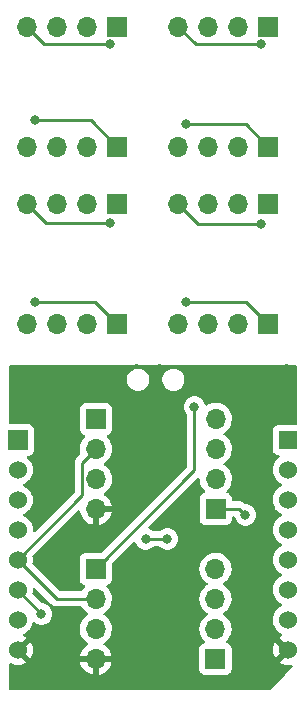
<source format=gbr>
G04 #@! TF.GenerationSoftware,KiCad,Pcbnew,6.0.9*
G04 #@! TF.CreationDate,2022-11-13T16:30:05+01:00*
G04 #@! TF.ProjectId,mikro-spiflash,6d696b72-6f2d-4737-9069-666c6173682e,rev?*
G04 #@! TF.SameCoordinates,Original*
G04 #@! TF.FileFunction,Copper,L1,Top*
G04 #@! TF.FilePolarity,Positive*
%FSLAX46Y46*%
G04 Gerber Fmt 4.6, Leading zero omitted, Abs format (unit mm)*
G04 Created by KiCad (PCBNEW 6.0.9) date 2022-11-13 16:30:05*
%MOMM*%
%LPD*%
G01*
G04 APERTURE LIST*
G04 #@! TA.AperFunction,ComponentPad*
%ADD10R,1.676400X1.676400*%
G04 #@! TD*
G04 #@! TA.AperFunction,ComponentPad*
%ADD11C,1.524000*%
G04 #@! TD*
G04 #@! TA.AperFunction,ComponentPad*
%ADD12R,1.524000X1.524000*%
G04 #@! TD*
G04 #@! TA.AperFunction,ComponentPad*
%ADD13R,1.700000X1.700000*%
G04 #@! TD*
G04 #@! TA.AperFunction,ComponentPad*
%ADD14O,1.700000X1.700000*%
G04 #@! TD*
G04 #@! TA.AperFunction,ViaPad*
%ADD15C,0.800000*%
G04 #@! TD*
G04 #@! TA.AperFunction,ViaPad*
%ADD16C,1.000000*%
G04 #@! TD*
G04 #@! TA.AperFunction,Conductor*
%ADD17C,0.250000*%
G04 #@! TD*
G04 APERTURE END LIST*
D10*
X89432000Y-46990000D03*
D11*
X89432000Y-49530000D03*
X89432000Y-52070000D03*
X89432000Y-54610000D03*
X89432000Y-57150000D03*
X89432000Y-59690000D03*
X89432000Y-62230000D03*
X89432000Y-64770000D03*
X112292000Y-64770000D03*
X112292000Y-62230000D03*
X112292000Y-59690000D03*
X112292000Y-57150000D03*
X112292000Y-54610000D03*
X112292000Y-52070000D03*
X112292000Y-49530000D03*
D12*
X112292000Y-46990000D03*
D13*
X106171000Y-65532000D03*
D14*
X106171000Y-62992000D03*
X106171000Y-60452000D03*
X106171000Y-57912000D03*
D13*
X96036000Y-57912000D03*
D14*
X96036000Y-60452000D03*
X96036000Y-62992000D03*
X96036000Y-65532000D03*
X103029000Y-12001500D03*
X105569000Y-12001500D03*
X108109000Y-12001500D03*
D13*
X110649000Y-12001500D03*
D14*
X90234000Y-27048500D03*
X92774000Y-27048500D03*
X95314000Y-27048500D03*
D13*
X97854000Y-27048500D03*
X97854000Y-12001500D03*
D14*
X95314000Y-12001500D03*
X92774000Y-12001500D03*
X90234000Y-12001500D03*
D13*
X110649000Y-27048500D03*
D14*
X108109000Y-27048500D03*
X105569000Y-27048500D03*
X103029000Y-27048500D03*
D13*
X106196000Y-52832000D03*
D14*
X106196000Y-50292000D03*
X106196000Y-47752000D03*
X106196000Y-45212000D03*
D13*
X97854000Y-22161500D03*
D14*
X95314000Y-22161500D03*
X92774000Y-22161500D03*
X90234000Y-22161500D03*
D13*
X110649000Y-37208500D03*
D14*
X108109000Y-37208500D03*
X105569000Y-37208500D03*
X103029000Y-37208500D03*
X103029000Y-22161500D03*
X105569000Y-22161500D03*
X108109000Y-22161500D03*
D13*
X110649000Y-22161500D03*
D14*
X90234000Y-37208500D03*
X92774000Y-37208500D03*
X95314000Y-37208500D03*
D13*
X97854000Y-37208500D03*
D14*
X96061000Y-52842000D03*
X96061000Y-50302000D03*
X96061000Y-47762000D03*
D13*
X96061000Y-45222000D03*
D15*
X108712000Y-53340000D03*
X91440000Y-61722000D03*
X104394000Y-44196000D03*
D16*
X100076000Y-46228000D03*
X102616000Y-58674000D03*
D15*
X100260891Y-55372000D03*
X102108000Y-55372000D03*
X97213500Y-13459500D03*
X110038500Y-13462000D03*
X97213500Y-28636000D03*
X110008500Y-28702000D03*
X90866500Y-19936500D03*
X103637000Y-35306000D03*
X90869000Y-35303500D03*
X103664000Y-20256500D03*
D17*
X102108000Y-55372000D02*
X100260891Y-55372000D01*
X108204000Y-52832000D02*
X106196000Y-52832000D01*
X108712000Y-53340000D02*
X108204000Y-52832000D01*
X89432000Y-59690000D02*
X91440000Y-61698000D01*
X91440000Y-61698000D02*
X91440000Y-61722000D01*
X96036000Y-60452000D02*
X92734000Y-60452000D01*
X92734000Y-60452000D02*
X89432000Y-57150000D01*
X104394000Y-49554000D02*
X104394000Y-44196000D01*
X96036000Y-57912000D02*
X104394000Y-49554000D01*
X96061000Y-47762000D02*
X94886000Y-48937000D01*
X94886000Y-48937000D02*
X94886000Y-51696000D01*
X94886000Y-51696000D02*
X89432000Y-57150000D01*
X97213500Y-13459500D02*
X91692000Y-13459500D01*
X91692000Y-13459500D02*
X90234000Y-12001500D01*
X104489500Y-13462000D02*
X110038500Y-13462000D01*
X103029000Y-12001500D02*
X104489500Y-13462000D01*
X91821500Y-28636000D02*
X90234000Y-27048500D01*
X97213500Y-28636000D02*
X91821500Y-28636000D01*
X103029000Y-27048500D02*
X104682500Y-28702000D01*
X104682500Y-28702000D02*
X110008500Y-28702000D01*
X97854000Y-22161500D02*
X95629000Y-19936500D01*
X95629000Y-19936500D02*
X90866500Y-19936500D01*
X108746500Y-35306000D02*
X103637000Y-35306000D01*
X110649000Y-37208500D02*
X108746500Y-35306000D01*
X97854000Y-37208500D02*
X95949000Y-35303500D01*
X95949000Y-35303500D02*
X90869000Y-35303500D01*
X110649000Y-22161500D02*
X108744000Y-20256500D01*
X108744000Y-20256500D02*
X103664000Y-20256500D01*
G04 #@! TA.AperFunction,Conductor*
G36*
X112258875Y-40570263D02*
G01*
X112266715Y-40573944D01*
X112281691Y-40582263D01*
X112298983Y-40593471D01*
X112298988Y-40593473D01*
X112306515Y-40598352D01*
X112315108Y-40600922D01*
X112315113Y-40600924D01*
X112331120Y-40605711D01*
X112348564Y-40612372D01*
X112363676Y-40619467D01*
X112363678Y-40619468D01*
X112371800Y-40623281D01*
X112380667Y-40624662D01*
X112380668Y-40624662D01*
X112383353Y-40625080D01*
X112401017Y-40627830D01*
X112417732Y-40631613D01*
X112437466Y-40637515D01*
X112437472Y-40637516D01*
X112446066Y-40640086D01*
X112455037Y-40640141D01*
X112455038Y-40640141D01*
X112465097Y-40640202D01*
X112480506Y-40640296D01*
X112481289Y-40640329D01*
X112482386Y-40640500D01*
X112513377Y-40640500D01*
X112514147Y-40640502D01*
X112587785Y-40640952D01*
X112587786Y-40640952D01*
X112591721Y-40640976D01*
X112593065Y-40640592D01*
X112594410Y-40640500D01*
X112927500Y-40640500D01*
X112995621Y-40660502D01*
X113042114Y-40714158D01*
X113053500Y-40766500D01*
X113053500Y-45593500D01*
X113033498Y-45661621D01*
X112979842Y-45708114D01*
X112927500Y-45719500D01*
X111481866Y-45719500D01*
X111419684Y-45726255D01*
X111283295Y-45777385D01*
X111166739Y-45864739D01*
X111079385Y-45981295D01*
X111028255Y-46117684D01*
X111021500Y-46179866D01*
X111021500Y-47800134D01*
X111028255Y-47862316D01*
X111079385Y-47998705D01*
X111166739Y-48115261D01*
X111283295Y-48202615D01*
X111419684Y-48253745D01*
X111481866Y-48260500D01*
X111490364Y-48260500D01*
X111558485Y-48280502D01*
X111604978Y-48334158D01*
X111615082Y-48404432D01*
X111585588Y-48469012D01*
X111562635Y-48489713D01*
X111476730Y-48549864D01*
X111476727Y-48549866D01*
X111472219Y-48553023D01*
X111315023Y-48710219D01*
X111311866Y-48714727D01*
X111311864Y-48714730D01*
X111198085Y-48877224D01*
X111187512Y-48892324D01*
X111185189Y-48897306D01*
X111185186Y-48897311D01*
X111121542Y-49033797D01*
X111093560Y-49093804D01*
X111036022Y-49308537D01*
X111016647Y-49530000D01*
X111036022Y-49751463D01*
X111093560Y-49966196D01*
X111095882Y-49971177D01*
X111095883Y-49971178D01*
X111185186Y-50162689D01*
X111185189Y-50162694D01*
X111187512Y-50167676D01*
X111190668Y-50172183D01*
X111190669Y-50172185D01*
X111283923Y-50305365D01*
X111315023Y-50349781D01*
X111472219Y-50506977D01*
X111476727Y-50510134D01*
X111476730Y-50510136D01*
X111530500Y-50547786D01*
X111654323Y-50634488D01*
X111659305Y-50636811D01*
X111659310Y-50636814D01*
X111764373Y-50685805D01*
X111817658Y-50732722D01*
X111837119Y-50800999D01*
X111816577Y-50868959D01*
X111764373Y-50914195D01*
X111659311Y-50963186D01*
X111659306Y-50963189D01*
X111654324Y-50965512D01*
X111649817Y-50968668D01*
X111649815Y-50968669D01*
X111476730Y-51089864D01*
X111476727Y-51089866D01*
X111472219Y-51093023D01*
X111315023Y-51250219D01*
X111311866Y-51254727D01*
X111311864Y-51254730D01*
X111249936Y-51343173D01*
X111187512Y-51432324D01*
X111185189Y-51437306D01*
X111185186Y-51437311D01*
X111141319Y-51531385D01*
X111093560Y-51633804D01*
X111092138Y-51639112D01*
X111092137Y-51639114D01*
X111080078Y-51684120D01*
X111036022Y-51848537D01*
X111016647Y-52070000D01*
X111036022Y-52291463D01*
X111093560Y-52506196D01*
X111095882Y-52511177D01*
X111095883Y-52511178D01*
X111185186Y-52702689D01*
X111185189Y-52702694D01*
X111187512Y-52707676D01*
X111190668Y-52712183D01*
X111190669Y-52712185D01*
X111254298Y-52803056D01*
X111315023Y-52889781D01*
X111472219Y-53046977D01*
X111476727Y-53050134D01*
X111476730Y-53050136D01*
X111530500Y-53087786D01*
X111654323Y-53174488D01*
X111659305Y-53176811D01*
X111659310Y-53176814D01*
X111764373Y-53225805D01*
X111817658Y-53272722D01*
X111837119Y-53340999D01*
X111816577Y-53408959D01*
X111764373Y-53454195D01*
X111659311Y-53503186D01*
X111659306Y-53503189D01*
X111654324Y-53505512D01*
X111649817Y-53508668D01*
X111649815Y-53508669D01*
X111476730Y-53629864D01*
X111476727Y-53629866D01*
X111472219Y-53633023D01*
X111315023Y-53790219D01*
X111311866Y-53794727D01*
X111311864Y-53794730D01*
X111199701Y-53954916D01*
X111187512Y-53972324D01*
X111185189Y-53977306D01*
X111185186Y-53977311D01*
X111113465Y-54131118D01*
X111093560Y-54173804D01*
X111092138Y-54179112D01*
X111092137Y-54179114D01*
X111090896Y-54183745D01*
X111036022Y-54388537D01*
X111016647Y-54610000D01*
X111036022Y-54831463D01*
X111093560Y-55046196D01*
X111095882Y-55051177D01*
X111095883Y-55051178D01*
X111185186Y-55242689D01*
X111185189Y-55242694D01*
X111187512Y-55247676D01*
X111190668Y-55252183D01*
X111190669Y-55252185D01*
X111269968Y-55365435D01*
X111315023Y-55429781D01*
X111472219Y-55586977D01*
X111476727Y-55590134D01*
X111476730Y-55590136D01*
X111503465Y-55608856D01*
X111654323Y-55714488D01*
X111659305Y-55716811D01*
X111659310Y-55716814D01*
X111764373Y-55765805D01*
X111817658Y-55812722D01*
X111837119Y-55880999D01*
X111816577Y-55948959D01*
X111764373Y-55994195D01*
X111659311Y-56043186D01*
X111659306Y-56043189D01*
X111654324Y-56045512D01*
X111649817Y-56048668D01*
X111649815Y-56048669D01*
X111476730Y-56169864D01*
X111476727Y-56169866D01*
X111472219Y-56173023D01*
X111315023Y-56330219D01*
X111187512Y-56512324D01*
X111185189Y-56517306D01*
X111185186Y-56517311D01*
X111120814Y-56655357D01*
X111093560Y-56713804D01*
X111036022Y-56928537D01*
X111016647Y-57150000D01*
X111036022Y-57371463D01*
X111093560Y-57586196D01*
X111095882Y-57591177D01*
X111095883Y-57591178D01*
X111185186Y-57782689D01*
X111185189Y-57782694D01*
X111187512Y-57787676D01*
X111190668Y-57792183D01*
X111190669Y-57792185D01*
X111276921Y-57915365D01*
X111315023Y-57969781D01*
X111472219Y-58126977D01*
X111476727Y-58130134D01*
X111476730Y-58130136D01*
X111530500Y-58167786D01*
X111654323Y-58254488D01*
X111659305Y-58256811D01*
X111659310Y-58256814D01*
X111764373Y-58305805D01*
X111817658Y-58352722D01*
X111837119Y-58420999D01*
X111816577Y-58488959D01*
X111764373Y-58534195D01*
X111659311Y-58583186D01*
X111659306Y-58583189D01*
X111654324Y-58585512D01*
X111649817Y-58588668D01*
X111649815Y-58588669D01*
X111476730Y-58709864D01*
X111476727Y-58709866D01*
X111472219Y-58713023D01*
X111315023Y-58870219D01*
X111311866Y-58874727D01*
X111311864Y-58874730D01*
X111190669Y-59047815D01*
X111187512Y-59052324D01*
X111185189Y-59057306D01*
X111185186Y-59057311D01*
X111101826Y-59236078D01*
X111093560Y-59253804D01*
X111092138Y-59259112D01*
X111092137Y-59259114D01*
X111080750Y-59301612D01*
X111036022Y-59468537D01*
X111016647Y-59690000D01*
X111036022Y-59911463D01*
X111093560Y-60126196D01*
X111095882Y-60131177D01*
X111095883Y-60131178D01*
X111185186Y-60322689D01*
X111185189Y-60322694D01*
X111187512Y-60327676D01*
X111190668Y-60332183D01*
X111190669Y-60332185D01*
X111276921Y-60455365D01*
X111315023Y-60509781D01*
X111472219Y-60666977D01*
X111476727Y-60670134D01*
X111476730Y-60670136D01*
X111530500Y-60707786D01*
X111654323Y-60794488D01*
X111659305Y-60796811D01*
X111659310Y-60796814D01*
X111764373Y-60845805D01*
X111817658Y-60892722D01*
X111837119Y-60960999D01*
X111816577Y-61028959D01*
X111764373Y-61074195D01*
X111659311Y-61123186D01*
X111659306Y-61123189D01*
X111654324Y-61125512D01*
X111649817Y-61128668D01*
X111649815Y-61128669D01*
X111476730Y-61249864D01*
X111476727Y-61249866D01*
X111472219Y-61253023D01*
X111315023Y-61410219D01*
X111311866Y-61414727D01*
X111311864Y-61414730D01*
X111190669Y-61587815D01*
X111187512Y-61592324D01*
X111185189Y-61597306D01*
X111185186Y-61597311D01*
X111120814Y-61735357D01*
X111093560Y-61793804D01*
X111036022Y-62008537D01*
X111016647Y-62230000D01*
X111036022Y-62451463D01*
X111073356Y-62590794D01*
X111083628Y-62629128D01*
X111093560Y-62666196D01*
X111095882Y-62671177D01*
X111095883Y-62671178D01*
X111185186Y-62862689D01*
X111185189Y-62862694D01*
X111187512Y-62867676D01*
X111190668Y-62872183D01*
X111190669Y-62872185D01*
X111276921Y-62995365D01*
X111315023Y-63049781D01*
X111472219Y-63206977D01*
X111476727Y-63210134D01*
X111476730Y-63210136D01*
X111530500Y-63247786D01*
X111654323Y-63334488D01*
X111659305Y-63336811D01*
X111659310Y-63336814D01*
X111764965Y-63386081D01*
X111818250Y-63432998D01*
X111837711Y-63501275D01*
X111817169Y-63569235D01*
X111764965Y-63614471D01*
X111659559Y-63663623D01*
X111650068Y-63669103D01*
X111606235Y-63699794D01*
X111597860Y-63710271D01*
X111604928Y-63723718D01*
X112562115Y-64680905D01*
X112596141Y-64743217D01*
X112591076Y-64814032D01*
X112562115Y-64859095D01*
X111604207Y-65817003D01*
X111597777Y-65828777D01*
X111607074Y-65840793D01*
X111650069Y-65870898D01*
X111659555Y-65876376D01*
X111850993Y-65965645D01*
X111861285Y-65969391D01*
X112065309Y-66024059D01*
X112076104Y-66025962D01*
X112286525Y-66044372D01*
X112297475Y-66044372D01*
X112507896Y-66025962D01*
X112518691Y-66024059D01*
X112547215Y-66016416D01*
X112618192Y-66018106D01*
X112676987Y-66057900D01*
X112704935Y-66123165D01*
X112693161Y-66193178D01*
X112670015Y-66226112D01*
X112028422Y-66883745D01*
X110879548Y-68061342D01*
X110844770Y-68096989D01*
X110782882Y-68131780D01*
X110754581Y-68135000D01*
X88796500Y-68135000D01*
X88728379Y-68114998D01*
X88681886Y-68061342D01*
X88670500Y-68009000D01*
X88670500Y-66013977D01*
X88690502Y-65945856D01*
X88744158Y-65899363D01*
X88814432Y-65889259D01*
X88849750Y-65899782D01*
X88990993Y-65965645D01*
X89001285Y-65969391D01*
X89205309Y-66024059D01*
X89216104Y-66025962D01*
X89426525Y-66044372D01*
X89437475Y-66044372D01*
X89647896Y-66025962D01*
X89658691Y-66024059D01*
X89862715Y-65969391D01*
X89873007Y-65965645D01*
X90064445Y-65876376D01*
X90073931Y-65870898D01*
X90117764Y-65840207D01*
X90126139Y-65829729D01*
X90119071Y-65816281D01*
X90102756Y-65799966D01*
X94704257Y-65799966D01*
X94734565Y-65934446D01*
X94737645Y-65944275D01*
X94817770Y-66141603D01*
X94822413Y-66150794D01*
X94933694Y-66332388D01*
X94939777Y-66340699D01*
X95079213Y-66501667D01*
X95086580Y-66508883D01*
X95250434Y-66644916D01*
X95258881Y-66650831D01*
X95442756Y-66758279D01*
X95452042Y-66762729D01*
X95651001Y-66838703D01*
X95660899Y-66841579D01*
X95764250Y-66862606D01*
X95778299Y-66861410D01*
X95782000Y-66851065D01*
X95782000Y-66850517D01*
X96290000Y-66850517D01*
X96294064Y-66864359D01*
X96307478Y-66866393D01*
X96314184Y-66865534D01*
X96324262Y-66863392D01*
X96528255Y-66802191D01*
X96537842Y-66798433D01*
X96729095Y-66704739D01*
X96737945Y-66699464D01*
X96911328Y-66575792D01*
X96919200Y-66569139D01*
X97070052Y-66418812D01*
X97076730Y-66410965D01*
X97201003Y-66238020D01*
X97206313Y-66229183D01*
X97300670Y-66038267D01*
X97304469Y-66028672D01*
X97366377Y-65824910D01*
X97368555Y-65814837D01*
X97369986Y-65803962D01*
X97367775Y-65789778D01*
X97354617Y-65786000D01*
X96308115Y-65786000D01*
X96292876Y-65790475D01*
X96291671Y-65791865D01*
X96290000Y-65799548D01*
X96290000Y-66850517D01*
X95782000Y-66850517D01*
X95782000Y-65804115D01*
X95777525Y-65788876D01*
X95776135Y-65787671D01*
X95768452Y-65786000D01*
X94719225Y-65786000D01*
X94705694Y-65789973D01*
X94704257Y-65799966D01*
X90102756Y-65799966D01*
X89161885Y-64859095D01*
X89127859Y-64796783D01*
X89129694Y-64771132D01*
X89796408Y-64771132D01*
X89796539Y-64772965D01*
X89800790Y-64779580D01*
X90479003Y-65457793D01*
X90490777Y-65464223D01*
X90502793Y-65454926D01*
X90532897Y-65411932D01*
X90538377Y-65402441D01*
X90627645Y-65211007D01*
X90631391Y-65200715D01*
X90686059Y-64996691D01*
X90687962Y-64985896D01*
X90706372Y-64775475D01*
X90706372Y-64764525D01*
X90687962Y-64554104D01*
X90686059Y-64543309D01*
X90631391Y-64339285D01*
X90627645Y-64328993D01*
X90538377Y-64137559D01*
X90532897Y-64128068D01*
X90502206Y-64084235D01*
X90491729Y-64075860D01*
X90478282Y-64082928D01*
X89804022Y-64757188D01*
X89796408Y-64771132D01*
X89129694Y-64771132D01*
X89132924Y-64725968D01*
X89161885Y-64680905D01*
X90119793Y-63722997D01*
X90126223Y-63711223D01*
X90116926Y-63699207D01*
X90073931Y-63669102D01*
X90064445Y-63663624D01*
X89959035Y-63614471D01*
X89905750Y-63567554D01*
X89886289Y-63499277D01*
X89906831Y-63431317D01*
X89959035Y-63386081D01*
X90064690Y-63336814D01*
X90064695Y-63336811D01*
X90069677Y-63334488D01*
X90193500Y-63247786D01*
X90247270Y-63210136D01*
X90247273Y-63210134D01*
X90251781Y-63206977D01*
X90408977Y-63049781D01*
X90447080Y-62995365D01*
X90533331Y-62872185D01*
X90533332Y-62872183D01*
X90536488Y-62867676D01*
X90538811Y-62862694D01*
X90538814Y-62862689D01*
X90628117Y-62671178D01*
X90628118Y-62671177D01*
X90630440Y-62666196D01*
X90640373Y-62629128D01*
X90674815Y-62500587D01*
X90711767Y-62439964D01*
X90775628Y-62408943D01*
X90846122Y-62417371D01*
X90870583Y-62431262D01*
X90977906Y-62509237D01*
X90983248Y-62513118D01*
X90989276Y-62515802D01*
X90989278Y-62515803D01*
X91083426Y-62557720D01*
X91157712Y-62590794D01*
X91251113Y-62610647D01*
X91338056Y-62629128D01*
X91338061Y-62629128D01*
X91344513Y-62630500D01*
X91535487Y-62630500D01*
X91541939Y-62629128D01*
X91541944Y-62629128D01*
X91628887Y-62610647D01*
X91722288Y-62590794D01*
X91796574Y-62557720D01*
X91890722Y-62515803D01*
X91890724Y-62515802D01*
X91896752Y-62513118D01*
X91914000Y-62500587D01*
X91981612Y-62451463D01*
X92051253Y-62400866D01*
X92125254Y-62318680D01*
X92174621Y-62263852D01*
X92174622Y-62263851D01*
X92179040Y-62258944D01*
X92251097Y-62134138D01*
X92271223Y-62099279D01*
X92271224Y-62099278D01*
X92274527Y-62093556D01*
X92333542Y-61911928D01*
X92339620Y-61854104D01*
X92352814Y-61728565D01*
X92353504Y-61722000D01*
X92333542Y-61532072D01*
X92274527Y-61350444D01*
X92179040Y-61185056D01*
X92151147Y-61154077D01*
X92055675Y-61048045D01*
X92055674Y-61048044D01*
X92051253Y-61043134D01*
X91928311Y-60953811D01*
X91902094Y-60934763D01*
X91902093Y-60934762D01*
X91896752Y-60930882D01*
X91890724Y-60928198D01*
X91890722Y-60928197D01*
X91728319Y-60855891D01*
X91728318Y-60855891D01*
X91722288Y-60853206D01*
X91628887Y-60833353D01*
X91541944Y-60814872D01*
X91541939Y-60814872D01*
X91535487Y-60813500D01*
X91503595Y-60813500D01*
X91435474Y-60793498D01*
X91414499Y-60776595D01*
X90710125Y-60072220D01*
X90676100Y-60009908D01*
X90677515Y-59950512D01*
X90686554Y-59916780D01*
X90686555Y-59916772D01*
X90687978Y-59911463D01*
X90707353Y-59690000D01*
X90702171Y-59630767D01*
X90716161Y-59561162D01*
X90765560Y-59510170D01*
X90834686Y-59493980D01*
X90901591Y-59517733D01*
X90916787Y-59530691D01*
X92230343Y-60844247D01*
X92237887Y-60852537D01*
X92242000Y-60859018D01*
X92247777Y-60864443D01*
X92291667Y-60905658D01*
X92294509Y-60908413D01*
X92314230Y-60928134D01*
X92317425Y-60930612D01*
X92326447Y-60938318D01*
X92358679Y-60968586D01*
X92365628Y-60972406D01*
X92376432Y-60978346D01*
X92392956Y-60989199D01*
X92408959Y-61001613D01*
X92449543Y-61019176D01*
X92460173Y-61024383D01*
X92498940Y-61045695D01*
X92506617Y-61047666D01*
X92506622Y-61047668D01*
X92518558Y-61050732D01*
X92537266Y-61057137D01*
X92555855Y-61065181D01*
X92563683Y-61066421D01*
X92563690Y-61066423D01*
X92599524Y-61072099D01*
X92611144Y-61074505D01*
X92646289Y-61083528D01*
X92653970Y-61085500D01*
X92674224Y-61085500D01*
X92693934Y-61087051D01*
X92713943Y-61090220D01*
X92721835Y-61089474D01*
X92757961Y-61086059D01*
X92769819Y-61085500D01*
X94760274Y-61085500D01*
X94828395Y-61105502D01*
X94867707Y-61145665D01*
X94935987Y-61257088D01*
X95082250Y-61425938D01*
X95254126Y-61568632D01*
X95324595Y-61609811D01*
X95327445Y-61611476D01*
X95376169Y-61663114D01*
X95389240Y-61732897D01*
X95362509Y-61798669D01*
X95322055Y-61832027D01*
X95309607Y-61838507D01*
X95305474Y-61841610D01*
X95305471Y-61841612D01*
X95135100Y-61969530D01*
X95130965Y-61972635D01*
X94976629Y-62134138D01*
X94850743Y-62318680D01*
X94804932Y-62417371D01*
X94762290Y-62509237D01*
X94756688Y-62521305D01*
X94696989Y-62736570D01*
X94673251Y-62958695D01*
X94673548Y-62963848D01*
X94673548Y-62963851D01*
X94679011Y-63058590D01*
X94686110Y-63181715D01*
X94687247Y-63186761D01*
X94687248Y-63186767D01*
X94691803Y-63206977D01*
X94735222Y-63399639D01*
X94819266Y-63606616D01*
X94935987Y-63797088D01*
X95082250Y-63965938D01*
X95254126Y-64108632D01*
X95287387Y-64128068D01*
X95327955Y-64151774D01*
X95376679Y-64203412D01*
X95389750Y-64273195D01*
X95363019Y-64338967D01*
X95322562Y-64372327D01*
X95314457Y-64376546D01*
X95305738Y-64382036D01*
X95135433Y-64509905D01*
X95127726Y-64516748D01*
X94980590Y-64670717D01*
X94974104Y-64678727D01*
X94854098Y-64854649D01*
X94849000Y-64863623D01*
X94759338Y-65056783D01*
X94755775Y-65066470D01*
X94700389Y-65266183D01*
X94701912Y-65274607D01*
X94714292Y-65278000D01*
X97354344Y-65278000D01*
X97367875Y-65274027D01*
X97369180Y-65264947D01*
X97327214Y-65097875D01*
X97323894Y-65088124D01*
X97238972Y-64892814D01*
X97234105Y-64883739D01*
X97118426Y-64704926D01*
X97112136Y-64696757D01*
X96968806Y-64539240D01*
X96961273Y-64532215D01*
X96794139Y-64400222D01*
X96785556Y-64394520D01*
X96748602Y-64374120D01*
X96698631Y-64323687D01*
X96683859Y-64254245D01*
X96708975Y-64187839D01*
X96736327Y-64161232D01*
X96782821Y-64128068D01*
X96915860Y-64033173D01*
X97074096Y-63875489D01*
X97133594Y-63792689D01*
X97201435Y-63698277D01*
X97204453Y-63694077D01*
X97216797Y-63669102D01*
X97301136Y-63498453D01*
X97301137Y-63498451D01*
X97303430Y-63493811D01*
X97336161Y-63386081D01*
X97366865Y-63285023D01*
X97366865Y-63285021D01*
X97368370Y-63280069D01*
X97397529Y-63058590D01*
X97397744Y-63049781D01*
X97399074Y-62995365D01*
X97399074Y-62995361D01*
X97399156Y-62992000D01*
X97396418Y-62958695D01*
X104808251Y-62958695D01*
X104808548Y-62963848D01*
X104808548Y-62963851D01*
X104814011Y-63058590D01*
X104821110Y-63181715D01*
X104822247Y-63186761D01*
X104822248Y-63186767D01*
X104826803Y-63206977D01*
X104870222Y-63399639D01*
X104954266Y-63606616D01*
X105070987Y-63797088D01*
X105217250Y-63965938D01*
X105221230Y-63969242D01*
X105225981Y-63973187D01*
X105265616Y-64032090D01*
X105267113Y-64103071D01*
X105229997Y-64163593D01*
X105189724Y-64188112D01*
X105074295Y-64231385D01*
X104957739Y-64318739D01*
X104870385Y-64435295D01*
X104819255Y-64571684D01*
X104812500Y-64633866D01*
X104812500Y-66430134D01*
X104819255Y-66492316D01*
X104870385Y-66628705D01*
X104957739Y-66745261D01*
X105074295Y-66832615D01*
X105210684Y-66883745D01*
X105272866Y-66890500D01*
X107069134Y-66890500D01*
X107131316Y-66883745D01*
X107267705Y-66832615D01*
X107384261Y-66745261D01*
X107471615Y-66628705D01*
X107522745Y-66492316D01*
X107529500Y-66430134D01*
X107529500Y-64775475D01*
X111017628Y-64775475D01*
X111036038Y-64985896D01*
X111037941Y-64996691D01*
X111092609Y-65200715D01*
X111096355Y-65211007D01*
X111185623Y-65402441D01*
X111191103Y-65411932D01*
X111221794Y-65455765D01*
X111232271Y-65464140D01*
X111245718Y-65457072D01*
X111919978Y-64782812D01*
X111927592Y-64768868D01*
X111927461Y-64767035D01*
X111923210Y-64760420D01*
X111244997Y-64082207D01*
X111233223Y-64075777D01*
X111221207Y-64085074D01*
X111191103Y-64128068D01*
X111185623Y-64137559D01*
X111096355Y-64328993D01*
X111092609Y-64339285D01*
X111037941Y-64543309D01*
X111036038Y-64554104D01*
X111017628Y-64764525D01*
X111017628Y-64775475D01*
X107529500Y-64775475D01*
X107529500Y-64633866D01*
X107522745Y-64571684D01*
X107471615Y-64435295D01*
X107384261Y-64318739D01*
X107267705Y-64231385D01*
X107240905Y-64221338D01*
X107149203Y-64186960D01*
X107092439Y-64144318D01*
X107067739Y-64077756D01*
X107082947Y-64008408D01*
X107104493Y-63979727D01*
X107205435Y-63879137D01*
X107209096Y-63875489D01*
X107268594Y-63792689D01*
X107336435Y-63698277D01*
X107339453Y-63694077D01*
X107351797Y-63669102D01*
X107436136Y-63498453D01*
X107436137Y-63498451D01*
X107438430Y-63493811D01*
X107471161Y-63386081D01*
X107501865Y-63285023D01*
X107501865Y-63285021D01*
X107503370Y-63280069D01*
X107532529Y-63058590D01*
X107532744Y-63049781D01*
X107534074Y-62995365D01*
X107534074Y-62995361D01*
X107534156Y-62992000D01*
X107515852Y-62769361D01*
X107461431Y-62552702D01*
X107372354Y-62347840D01*
X107314845Y-62258944D01*
X107253822Y-62164617D01*
X107253820Y-62164614D01*
X107251014Y-62160277D01*
X107100670Y-61995051D01*
X107096619Y-61991852D01*
X107096615Y-61991848D01*
X106929414Y-61859800D01*
X106929410Y-61859798D01*
X106925359Y-61856598D01*
X106884053Y-61833796D01*
X106834084Y-61783364D01*
X106819312Y-61713921D01*
X106844428Y-61647516D01*
X106871780Y-61620909D01*
X106918176Y-61587815D01*
X107050860Y-61493173D01*
X107209096Y-61335489D01*
X107268354Y-61253023D01*
X107336435Y-61158277D01*
X107339453Y-61154077D01*
X107343611Y-61145665D01*
X107436136Y-60958453D01*
X107436137Y-60958451D01*
X107438430Y-60953811D01*
X107481060Y-60813500D01*
X107501865Y-60745023D01*
X107501865Y-60745021D01*
X107503370Y-60740069D01*
X107532529Y-60518590D01*
X107532744Y-60509781D01*
X107534074Y-60455365D01*
X107534074Y-60455361D01*
X107534156Y-60452000D01*
X107515852Y-60229361D01*
X107461431Y-60012702D01*
X107372354Y-59807840D01*
X107292578Y-59684525D01*
X107253822Y-59624617D01*
X107253820Y-59624614D01*
X107251014Y-59620277D01*
X107100670Y-59455051D01*
X107096619Y-59451852D01*
X107096615Y-59451848D01*
X106929414Y-59319800D01*
X106929410Y-59319798D01*
X106925359Y-59316598D01*
X106884053Y-59293796D01*
X106834084Y-59243364D01*
X106819312Y-59173921D01*
X106844428Y-59107516D01*
X106871780Y-59080909D01*
X106918176Y-59047815D01*
X107050860Y-58953173D01*
X107209096Y-58795489D01*
X107268354Y-58713023D01*
X107336435Y-58618277D01*
X107339453Y-58614077D01*
X107352011Y-58588669D01*
X107436136Y-58418453D01*
X107436137Y-58418451D01*
X107438430Y-58413811D01*
X107471245Y-58305805D01*
X107501865Y-58205023D01*
X107501865Y-58205021D01*
X107503370Y-58200069D01*
X107532529Y-57978590D01*
X107532744Y-57969781D01*
X107534074Y-57915365D01*
X107534074Y-57915361D01*
X107534156Y-57912000D01*
X107515852Y-57689361D01*
X107461431Y-57472702D01*
X107372354Y-57267840D01*
X107251014Y-57080277D01*
X107100670Y-56915051D01*
X107096619Y-56911852D01*
X107096615Y-56911848D01*
X106929414Y-56779800D01*
X106929410Y-56779798D01*
X106925359Y-56776598D01*
X106729789Y-56668638D01*
X106724920Y-56666914D01*
X106724916Y-56666912D01*
X106524087Y-56595795D01*
X106524083Y-56595794D01*
X106519212Y-56594069D01*
X106514119Y-56593162D01*
X106514116Y-56593161D01*
X106304373Y-56555800D01*
X106304367Y-56555799D01*
X106299284Y-56554894D01*
X106225452Y-56553992D01*
X106081081Y-56552228D01*
X106081079Y-56552228D01*
X106075911Y-56552165D01*
X105855091Y-56585955D01*
X105642756Y-56655357D01*
X105612443Y-56671137D01*
X105530481Y-56713804D01*
X105444607Y-56758507D01*
X105440474Y-56761610D01*
X105440471Y-56761612D01*
X105270100Y-56889530D01*
X105265965Y-56892635D01*
X105111629Y-57054138D01*
X104985743Y-57238680D01*
X104970003Y-57272590D01*
X104905981Y-57410514D01*
X104891688Y-57441305D01*
X104831989Y-57656570D01*
X104808251Y-57878695D01*
X104808548Y-57883848D01*
X104808548Y-57883851D01*
X104814011Y-57978590D01*
X104821110Y-58101715D01*
X104822247Y-58106761D01*
X104822248Y-58106767D01*
X104826803Y-58126977D01*
X104870222Y-58319639D01*
X104954266Y-58526616D01*
X105070987Y-58717088D01*
X105217250Y-58885938D01*
X105389126Y-59028632D01*
X105459595Y-59069811D01*
X105462445Y-59071476D01*
X105511169Y-59123114D01*
X105524240Y-59192897D01*
X105497509Y-59258669D01*
X105457055Y-59292027D01*
X105444607Y-59298507D01*
X105440474Y-59301610D01*
X105440471Y-59301612D01*
X105316567Y-59394642D01*
X105265965Y-59432635D01*
X105111629Y-59594138D01*
X104985743Y-59778680D01*
X104971898Y-59808507D01*
X104905982Y-59950512D01*
X104891688Y-59981305D01*
X104831989Y-60196570D01*
X104808251Y-60418695D01*
X104808548Y-60423848D01*
X104808548Y-60423851D01*
X104814011Y-60518590D01*
X104821110Y-60641715D01*
X104822247Y-60646761D01*
X104822248Y-60646767D01*
X104826803Y-60666977D01*
X104870222Y-60859639D01*
X104931673Y-61010976D01*
X104935000Y-61019168D01*
X104954266Y-61066616D01*
X104968731Y-61090220D01*
X105068291Y-61252688D01*
X105070987Y-61257088D01*
X105217250Y-61425938D01*
X105389126Y-61568632D01*
X105459595Y-61609811D01*
X105462445Y-61611476D01*
X105511169Y-61663114D01*
X105524240Y-61732897D01*
X105497509Y-61798669D01*
X105457055Y-61832027D01*
X105444607Y-61838507D01*
X105440474Y-61841610D01*
X105440471Y-61841612D01*
X105270100Y-61969530D01*
X105265965Y-61972635D01*
X105111629Y-62134138D01*
X104985743Y-62318680D01*
X104939932Y-62417371D01*
X104897290Y-62509237D01*
X104891688Y-62521305D01*
X104831989Y-62736570D01*
X104808251Y-62958695D01*
X97396418Y-62958695D01*
X97380852Y-62769361D01*
X97326431Y-62552702D01*
X97237354Y-62347840D01*
X97179845Y-62258944D01*
X97118822Y-62164617D01*
X97118820Y-62164614D01*
X97116014Y-62160277D01*
X96965670Y-61995051D01*
X96961619Y-61991852D01*
X96961615Y-61991848D01*
X96794414Y-61859800D01*
X96794410Y-61859798D01*
X96790359Y-61856598D01*
X96749053Y-61833796D01*
X96699084Y-61783364D01*
X96684312Y-61713921D01*
X96709428Y-61647516D01*
X96736780Y-61620909D01*
X96783176Y-61587815D01*
X96915860Y-61493173D01*
X97074096Y-61335489D01*
X97133354Y-61253023D01*
X97201435Y-61158277D01*
X97204453Y-61154077D01*
X97208611Y-61145665D01*
X97301136Y-60958453D01*
X97301137Y-60958451D01*
X97303430Y-60953811D01*
X97346060Y-60813500D01*
X97366865Y-60745023D01*
X97366865Y-60745021D01*
X97368370Y-60740069D01*
X97397529Y-60518590D01*
X97397744Y-60509781D01*
X97399074Y-60455365D01*
X97399074Y-60455361D01*
X97399156Y-60452000D01*
X97380852Y-60229361D01*
X97326431Y-60012702D01*
X97237354Y-59807840D01*
X97157578Y-59684525D01*
X97118822Y-59624617D01*
X97118820Y-59624614D01*
X97116014Y-59620277D01*
X97112532Y-59616450D01*
X96968798Y-59458488D01*
X96937746Y-59394642D01*
X96946141Y-59324143D01*
X96991317Y-59269375D01*
X97017761Y-59255706D01*
X97124297Y-59215767D01*
X97132705Y-59212615D01*
X97249261Y-59125261D01*
X97336615Y-59008705D01*
X97387745Y-58872316D01*
X97394500Y-58810134D01*
X97394500Y-57501594D01*
X97414502Y-57433473D01*
X97431405Y-57412499D01*
X99201022Y-55642882D01*
X99263334Y-55608856D01*
X99334149Y-55613921D01*
X99390985Y-55656468D01*
X99409950Y-55693038D01*
X99426364Y-55743556D01*
X99521851Y-55908944D01*
X99526269Y-55913851D01*
X99526270Y-55913852D01*
X99598611Y-55994195D01*
X99649638Y-56050866D01*
X99804139Y-56163118D01*
X99810167Y-56165802D01*
X99810169Y-56165803D01*
X99972572Y-56238109D01*
X99978603Y-56240794D01*
X100072004Y-56260647D01*
X100158947Y-56279128D01*
X100158952Y-56279128D01*
X100165404Y-56280500D01*
X100356378Y-56280500D01*
X100362830Y-56279128D01*
X100362835Y-56279128D01*
X100449778Y-56260647D01*
X100543179Y-56240794D01*
X100549210Y-56238109D01*
X100711613Y-56165803D01*
X100711615Y-56165802D01*
X100717643Y-56163118D01*
X100872144Y-56050866D01*
X100876559Y-56045963D01*
X100881471Y-56041540D01*
X100882596Y-56042789D01*
X100935905Y-56009949D01*
X100969091Y-56005500D01*
X101399800Y-56005500D01*
X101467921Y-56025502D01*
X101487147Y-56041843D01*
X101487420Y-56041540D01*
X101492332Y-56045963D01*
X101496747Y-56050866D01*
X101651248Y-56163118D01*
X101657276Y-56165802D01*
X101657278Y-56165803D01*
X101819681Y-56238109D01*
X101825712Y-56240794D01*
X101919113Y-56260647D01*
X102006056Y-56279128D01*
X102006061Y-56279128D01*
X102012513Y-56280500D01*
X102203487Y-56280500D01*
X102209939Y-56279128D01*
X102209944Y-56279128D01*
X102296887Y-56260647D01*
X102390288Y-56240794D01*
X102396319Y-56238109D01*
X102558722Y-56165803D01*
X102558724Y-56165802D01*
X102564752Y-56163118D01*
X102719253Y-56050866D01*
X102770280Y-55994195D01*
X102842621Y-55913852D01*
X102842622Y-55913851D01*
X102847040Y-55908944D01*
X102942527Y-55743556D01*
X103001542Y-55561928D01*
X103015022Y-55433678D01*
X103020814Y-55378565D01*
X103021504Y-55372000D01*
X103001542Y-55182072D01*
X102942527Y-55000444D01*
X102847040Y-54835056D01*
X102818478Y-54803334D01*
X102723675Y-54698045D01*
X102723674Y-54698044D01*
X102719253Y-54693134D01*
X102564752Y-54580882D01*
X102558724Y-54578198D01*
X102558722Y-54578197D01*
X102396319Y-54505891D01*
X102396318Y-54505891D01*
X102390288Y-54503206D01*
X102296887Y-54483353D01*
X102209944Y-54464872D01*
X102209939Y-54464872D01*
X102203487Y-54463500D01*
X102012513Y-54463500D01*
X102006061Y-54464872D01*
X102006056Y-54464872D01*
X101919113Y-54483353D01*
X101825712Y-54503206D01*
X101819682Y-54505891D01*
X101819681Y-54505891D01*
X101657278Y-54578197D01*
X101657276Y-54578198D01*
X101651248Y-54580882D01*
X101645907Y-54584762D01*
X101645906Y-54584763D01*
X101603635Y-54615475D01*
X101496747Y-54693134D01*
X101492332Y-54698037D01*
X101487420Y-54702460D01*
X101486295Y-54701211D01*
X101432986Y-54734051D01*
X101399800Y-54738500D01*
X100969091Y-54738500D01*
X100900970Y-54718498D01*
X100881744Y-54702157D01*
X100881471Y-54702460D01*
X100876559Y-54698037D01*
X100872144Y-54693134D01*
X100765256Y-54615475D01*
X100722985Y-54584763D01*
X100722984Y-54584762D01*
X100717643Y-54580882D01*
X100711617Y-54578199D01*
X100711610Y-54578195D01*
X100570558Y-54515396D01*
X100516462Y-54469416D01*
X100495812Y-54401489D01*
X100515164Y-54333181D01*
X100532711Y-54311194D01*
X104621019Y-50222886D01*
X104683331Y-50188860D01*
X104754146Y-50193925D01*
X104810982Y-50236472D01*
X104835905Y-50304728D01*
X104838818Y-50355240D01*
X104846110Y-50481715D01*
X104847247Y-50486761D01*
X104847248Y-50486767D01*
X104851803Y-50506977D01*
X104895222Y-50699639D01*
X104979266Y-50906616D01*
X105095987Y-51097088D01*
X105242250Y-51265938D01*
X105246230Y-51269242D01*
X105250981Y-51273187D01*
X105290616Y-51332090D01*
X105292113Y-51403071D01*
X105254997Y-51463593D01*
X105214725Y-51488112D01*
X105118751Y-51524091D01*
X105099295Y-51531385D01*
X104982739Y-51618739D01*
X104895385Y-51735295D01*
X104844255Y-51871684D01*
X104837500Y-51933866D01*
X104837500Y-53730134D01*
X104844255Y-53792316D01*
X104895385Y-53928705D01*
X104982739Y-54045261D01*
X105099295Y-54132615D01*
X105235684Y-54183745D01*
X105297866Y-54190500D01*
X107094134Y-54190500D01*
X107156316Y-54183745D01*
X107292705Y-54132615D01*
X107409261Y-54045261D01*
X107496615Y-53928705D01*
X107547745Y-53792316D01*
X107554500Y-53730134D01*
X107554500Y-53591500D01*
X107574502Y-53523379D01*
X107628158Y-53476886D01*
X107680500Y-53465500D01*
X107705980Y-53465500D01*
X107774101Y-53485502D01*
X107820594Y-53539158D01*
X107825813Y-53552563D01*
X107877473Y-53711556D01*
X107972960Y-53876944D01*
X107977378Y-53881851D01*
X107977379Y-53881852D01*
X108058840Y-53972324D01*
X108100747Y-54018866D01*
X108255248Y-54131118D01*
X108261276Y-54133802D01*
X108261278Y-54133803D01*
X108423681Y-54206109D01*
X108429712Y-54208794D01*
X108523112Y-54228647D01*
X108610056Y-54247128D01*
X108610061Y-54247128D01*
X108616513Y-54248500D01*
X108807487Y-54248500D01*
X108813939Y-54247128D01*
X108813944Y-54247128D01*
X108900888Y-54228647D01*
X108994288Y-54208794D01*
X109000319Y-54206109D01*
X109162722Y-54133803D01*
X109162724Y-54133802D01*
X109168752Y-54131118D01*
X109323253Y-54018866D01*
X109365160Y-53972324D01*
X109446621Y-53881852D01*
X109446622Y-53881851D01*
X109451040Y-53876944D01*
X109546527Y-53711556D01*
X109605542Y-53529928D01*
X109607777Y-53508669D01*
X109624814Y-53346565D01*
X109625504Y-53340000D01*
X109608108Y-53174488D01*
X109606232Y-53156635D01*
X109606232Y-53156633D01*
X109605542Y-53150072D01*
X109546527Y-52968444D01*
X109451040Y-52803056D01*
X109369220Y-52712185D01*
X109327675Y-52666045D01*
X109327674Y-52666044D01*
X109323253Y-52661134D01*
X109168752Y-52548882D01*
X109162724Y-52546198D01*
X109162722Y-52546197D01*
X109000319Y-52473891D01*
X109000318Y-52473891D01*
X108994288Y-52471206D01*
X108900887Y-52451353D01*
X108813944Y-52432872D01*
X108813939Y-52432872D01*
X108807487Y-52431500D01*
X108752828Y-52431500D01*
X108684707Y-52411498D01*
X108666576Y-52397351D01*
X108646350Y-52378358D01*
X108643507Y-52375602D01*
X108623770Y-52355865D01*
X108620573Y-52353385D01*
X108611551Y-52345680D01*
X108585100Y-52320841D01*
X108579321Y-52315414D01*
X108572375Y-52311595D01*
X108572372Y-52311593D01*
X108561566Y-52305652D01*
X108545047Y-52294801D01*
X108540743Y-52291463D01*
X108529041Y-52282386D01*
X108521772Y-52279241D01*
X108521768Y-52279238D01*
X108488463Y-52264826D01*
X108477813Y-52259609D01*
X108439060Y-52238305D01*
X108419437Y-52233267D01*
X108400734Y-52226863D01*
X108389420Y-52221967D01*
X108389419Y-52221967D01*
X108382145Y-52218819D01*
X108374322Y-52217580D01*
X108374312Y-52217577D01*
X108338476Y-52211901D01*
X108326856Y-52209495D01*
X108291711Y-52200472D01*
X108291710Y-52200472D01*
X108284030Y-52198500D01*
X108263776Y-52198500D01*
X108244065Y-52196949D01*
X108231886Y-52195020D01*
X108224057Y-52193780D01*
X108216165Y-52194526D01*
X108180039Y-52197941D01*
X108168181Y-52198500D01*
X107680500Y-52198500D01*
X107612379Y-52178498D01*
X107565886Y-52124842D01*
X107554500Y-52072500D01*
X107554500Y-51933866D01*
X107547745Y-51871684D01*
X107496615Y-51735295D01*
X107409261Y-51618739D01*
X107292705Y-51531385D01*
X107280132Y-51526672D01*
X107174203Y-51486960D01*
X107117439Y-51444318D01*
X107092739Y-51377756D01*
X107107947Y-51308408D01*
X107129493Y-51279727D01*
X107147251Y-51262031D01*
X107234096Y-51175489D01*
X107293354Y-51093023D01*
X107361435Y-50998277D01*
X107364453Y-50994077D01*
X107377011Y-50968669D01*
X107461136Y-50798453D01*
X107461137Y-50798451D01*
X107463430Y-50793811D01*
X107496245Y-50685805D01*
X107526865Y-50585023D01*
X107526865Y-50585021D01*
X107528370Y-50580069D01*
X107557529Y-50358590D01*
X107557744Y-50349781D01*
X107559074Y-50295365D01*
X107559074Y-50295361D01*
X107559156Y-50292000D01*
X107540852Y-50069361D01*
X107486431Y-49852702D01*
X107397354Y-49647840D01*
X107285291Y-49474617D01*
X107278822Y-49464617D01*
X107278820Y-49464614D01*
X107276014Y-49460277D01*
X107125670Y-49295051D01*
X107121619Y-49291852D01*
X107121615Y-49291848D01*
X106954414Y-49159800D01*
X106954410Y-49159798D01*
X106950359Y-49156598D01*
X106909053Y-49133796D01*
X106859084Y-49083364D01*
X106844312Y-49013921D01*
X106869428Y-48947516D01*
X106896780Y-48920909D01*
X106958024Y-48877224D01*
X107075860Y-48793173D01*
X107144507Y-48724766D01*
X107159104Y-48710219D01*
X107234096Y-48635489D01*
X107293354Y-48553023D01*
X107361435Y-48458277D01*
X107364453Y-48454077D01*
X107368778Y-48445327D01*
X107461136Y-48258453D01*
X107461137Y-48258451D01*
X107463430Y-48253811D01*
X107528370Y-48040069D01*
X107557529Y-47818590D01*
X107557980Y-47800134D01*
X107559074Y-47755365D01*
X107559074Y-47755361D01*
X107559156Y-47752000D01*
X107540852Y-47529361D01*
X107486431Y-47312702D01*
X107397354Y-47107840D01*
X107285291Y-46934617D01*
X107278822Y-46924617D01*
X107278820Y-46924614D01*
X107276014Y-46920277D01*
X107125670Y-46755051D01*
X107121619Y-46751852D01*
X107121615Y-46751848D01*
X106954414Y-46619800D01*
X106954410Y-46619798D01*
X106950359Y-46616598D01*
X106909053Y-46593796D01*
X106859084Y-46543364D01*
X106844312Y-46473921D01*
X106869428Y-46407516D01*
X106896780Y-46380909D01*
X106940603Y-46349650D01*
X107075860Y-46253173D01*
X107144507Y-46184766D01*
X107230435Y-46099137D01*
X107234096Y-46095489D01*
X107364453Y-45914077D01*
X107368778Y-45905327D01*
X107461136Y-45718453D01*
X107461137Y-45718451D01*
X107463430Y-45713811D01*
X107528370Y-45500069D01*
X107557529Y-45278590D01*
X107559156Y-45212000D01*
X107540852Y-44989361D01*
X107486431Y-44772702D01*
X107397354Y-44567840D01*
X107357906Y-44506862D01*
X107278822Y-44384617D01*
X107278820Y-44384614D01*
X107276014Y-44380277D01*
X107125670Y-44215051D01*
X107121619Y-44211852D01*
X107121615Y-44211848D01*
X106954414Y-44079800D01*
X106954410Y-44079798D01*
X106950359Y-44076598D01*
X106754789Y-43968638D01*
X106749920Y-43966914D01*
X106749916Y-43966912D01*
X106549087Y-43895795D01*
X106549083Y-43895794D01*
X106544212Y-43894069D01*
X106539119Y-43893162D01*
X106539116Y-43893161D01*
X106329373Y-43855800D01*
X106329367Y-43855799D01*
X106324284Y-43854894D01*
X106250452Y-43853992D01*
X106106081Y-43852228D01*
X106106079Y-43852228D01*
X106100911Y-43852165D01*
X105880091Y-43885955D01*
X105667756Y-43955357D01*
X105663164Y-43957747D01*
X105663165Y-43957747D01*
X105474199Y-44056116D01*
X105474194Y-44056119D01*
X105469607Y-44058507D01*
X105468607Y-44059258D01*
X105401404Y-44078321D01*
X105333470Y-44057693D01*
X105287473Y-44003612D01*
X105282730Y-43991262D01*
X105259001Y-43918233D01*
X105228527Y-43824444D01*
X105133040Y-43659056D01*
X105005253Y-43517134D01*
X104850752Y-43404882D01*
X104844724Y-43402198D01*
X104844722Y-43402197D01*
X104682319Y-43329891D01*
X104682318Y-43329891D01*
X104676288Y-43327206D01*
X104582887Y-43307353D01*
X104495944Y-43288872D01*
X104495939Y-43288872D01*
X104489487Y-43287500D01*
X104298513Y-43287500D01*
X104292061Y-43288872D01*
X104292056Y-43288872D01*
X104205112Y-43307353D01*
X104111712Y-43327206D01*
X104105682Y-43329891D01*
X104105681Y-43329891D01*
X103943278Y-43402197D01*
X103943276Y-43402198D01*
X103937248Y-43404882D01*
X103782747Y-43517134D01*
X103654960Y-43659056D01*
X103559473Y-43824444D01*
X103500458Y-44006072D01*
X103499768Y-44012633D01*
X103499768Y-44012635D01*
X103487927Y-44125295D01*
X103480496Y-44196000D01*
X103481186Y-44202565D01*
X103499463Y-44376457D01*
X103500458Y-44385928D01*
X103559473Y-44567556D01*
X103654960Y-44732944D01*
X103728137Y-44814215D01*
X103758853Y-44878221D01*
X103760500Y-44898524D01*
X103760500Y-49239406D01*
X103740498Y-49307527D01*
X103723595Y-49328501D01*
X96535500Y-56516595D01*
X96473188Y-56550621D01*
X96446405Y-56553500D01*
X95137866Y-56553500D01*
X95075684Y-56560255D01*
X94939295Y-56611385D01*
X94822739Y-56698739D01*
X94735385Y-56815295D01*
X94684255Y-56951684D01*
X94677500Y-57013866D01*
X94677500Y-58810134D01*
X94684255Y-58872316D01*
X94735385Y-59008705D01*
X94822739Y-59125261D01*
X94939295Y-59212615D01*
X94947704Y-59215767D01*
X94947705Y-59215768D01*
X95056451Y-59256535D01*
X95113216Y-59299176D01*
X95137916Y-59365738D01*
X95122709Y-59435087D01*
X95103316Y-59461568D01*
X94976629Y-59594138D01*
X94973715Y-59598410D01*
X94973714Y-59598411D01*
X94861095Y-59763504D01*
X94806184Y-59808507D01*
X94757007Y-59818500D01*
X93048595Y-59818500D01*
X92980474Y-59798498D01*
X92959500Y-59781595D01*
X90710126Y-57532221D01*
X90676100Y-57469909D01*
X90677515Y-57410514D01*
X90686553Y-57376783D01*
X90686554Y-57376776D01*
X90687978Y-57371463D01*
X90707353Y-57150000D01*
X90687978Y-56928537D01*
X90677514Y-56889484D01*
X90679204Y-56818507D01*
X90710126Y-56767778D01*
X92962508Y-54515396D01*
X94501079Y-52976826D01*
X94563389Y-52942801D01*
X94634204Y-52947866D01*
X94691040Y-52990413D01*
X94713089Y-53038221D01*
X94759565Y-53244446D01*
X94762645Y-53254275D01*
X94842770Y-53451603D01*
X94847413Y-53460794D01*
X94958694Y-53642388D01*
X94964777Y-53650699D01*
X95104213Y-53811667D01*
X95111580Y-53818883D01*
X95275434Y-53954916D01*
X95283881Y-53960831D01*
X95467756Y-54068279D01*
X95477042Y-54072729D01*
X95676001Y-54148703D01*
X95685899Y-54151579D01*
X95789250Y-54172606D01*
X95803299Y-54171410D01*
X95807000Y-54161065D01*
X95807000Y-54160517D01*
X96315000Y-54160517D01*
X96319064Y-54174359D01*
X96332478Y-54176393D01*
X96339184Y-54175534D01*
X96349262Y-54173392D01*
X96553255Y-54112191D01*
X96562842Y-54108433D01*
X96754095Y-54014739D01*
X96762945Y-54009464D01*
X96936328Y-53885792D01*
X96944200Y-53879139D01*
X97095052Y-53728812D01*
X97101730Y-53720965D01*
X97226003Y-53548020D01*
X97231313Y-53539183D01*
X97325670Y-53348267D01*
X97329469Y-53338672D01*
X97391377Y-53134910D01*
X97393555Y-53124837D01*
X97394986Y-53113962D01*
X97392775Y-53099778D01*
X97379617Y-53096000D01*
X96333115Y-53096000D01*
X96317876Y-53100475D01*
X96316671Y-53101865D01*
X96315000Y-53109548D01*
X96315000Y-54160517D01*
X95807000Y-54160517D01*
X95807000Y-52714000D01*
X95827002Y-52645879D01*
X95880658Y-52599386D01*
X95933000Y-52588000D01*
X97379344Y-52588000D01*
X97392875Y-52584027D01*
X97394180Y-52574947D01*
X97352214Y-52407875D01*
X97348894Y-52398124D01*
X97263972Y-52202814D01*
X97259105Y-52193739D01*
X97143426Y-52014926D01*
X97137136Y-52006757D01*
X96993806Y-51849240D01*
X96986273Y-51842215D01*
X96819139Y-51710222D01*
X96810556Y-51704520D01*
X96773602Y-51684120D01*
X96723631Y-51633687D01*
X96708859Y-51564245D01*
X96733975Y-51497839D01*
X96761327Y-51471232D01*
X96799059Y-51444318D01*
X96940860Y-51343173D01*
X97099096Y-51185489D01*
X97103661Y-51179137D01*
X97226435Y-51008277D01*
X97229453Y-51004077D01*
X97234396Y-50994077D01*
X97326136Y-50808453D01*
X97326137Y-50808451D01*
X97328430Y-50803811D01*
X97379168Y-50636814D01*
X97391865Y-50595023D01*
X97391865Y-50595021D01*
X97393370Y-50590069D01*
X97422529Y-50368590D01*
X97422855Y-50355240D01*
X97424074Y-50305365D01*
X97424074Y-50305361D01*
X97424156Y-50302000D01*
X97405852Y-50079361D01*
X97351431Y-49862702D01*
X97262354Y-49657840D01*
X97208152Y-49574057D01*
X97143822Y-49474617D01*
X97143820Y-49474614D01*
X97141014Y-49470277D01*
X96990670Y-49305051D01*
X96986619Y-49301852D01*
X96986615Y-49301848D01*
X96819414Y-49169800D01*
X96819410Y-49169798D01*
X96815359Y-49166598D01*
X96774053Y-49143796D01*
X96724084Y-49093364D01*
X96709312Y-49023921D01*
X96734428Y-48957516D01*
X96761780Y-48930909D01*
X96815874Y-48892324D01*
X96940860Y-48803173D01*
X97099096Y-48645489D01*
X97103661Y-48639137D01*
X97226435Y-48468277D01*
X97229453Y-48464077D01*
X97234396Y-48454077D01*
X97326136Y-48268453D01*
X97326137Y-48268451D01*
X97328430Y-48263811D01*
X97393370Y-48050069D01*
X97422529Y-47828590D01*
X97424156Y-47762000D01*
X97405852Y-47539361D01*
X97351431Y-47322702D01*
X97262354Y-47117840D01*
X97141014Y-46930277D01*
X97128439Y-46916457D01*
X96993798Y-46768488D01*
X96962746Y-46704642D01*
X96971141Y-46634143D01*
X97016317Y-46579375D01*
X97042761Y-46565706D01*
X97149297Y-46525767D01*
X97157705Y-46522615D01*
X97274261Y-46435261D01*
X97361615Y-46318705D01*
X97412745Y-46182316D01*
X97419500Y-46120134D01*
X97419500Y-44323866D01*
X97412745Y-44261684D01*
X97361615Y-44125295D01*
X97274261Y-44008739D01*
X97157705Y-43921385D01*
X97021316Y-43870255D01*
X96959134Y-43863500D01*
X95162866Y-43863500D01*
X95100684Y-43870255D01*
X94964295Y-43921385D01*
X94847739Y-44008739D01*
X94760385Y-44125295D01*
X94709255Y-44261684D01*
X94702500Y-44323866D01*
X94702500Y-46120134D01*
X94709255Y-46182316D01*
X94760385Y-46318705D01*
X94847739Y-46435261D01*
X94964295Y-46522615D01*
X94972704Y-46525767D01*
X94972705Y-46525768D01*
X95081451Y-46566535D01*
X95138216Y-46609176D01*
X95162916Y-46675738D01*
X95147709Y-46745087D01*
X95128316Y-46771568D01*
X95001629Y-46904138D01*
X94998715Y-46908410D01*
X94998714Y-46908411D01*
X94990620Y-46920277D01*
X94875743Y-47088680D01*
X94781688Y-47291305D01*
X94721989Y-47506570D01*
X94698251Y-47728695D01*
X94698548Y-47733848D01*
X94698548Y-47733851D01*
X94709896Y-47930660D01*
X94711110Y-47951715D01*
X94712247Y-47956761D01*
X94712248Y-47956767D01*
X94744453Y-48099668D01*
X94739917Y-48170520D01*
X94710631Y-48216464D01*
X94493747Y-48433348D01*
X94485461Y-48440888D01*
X94478982Y-48445000D01*
X94473557Y-48450777D01*
X94432357Y-48494651D01*
X94429602Y-48497493D01*
X94409865Y-48517230D01*
X94407385Y-48520427D01*
X94399682Y-48529447D01*
X94369414Y-48561679D01*
X94365595Y-48568625D01*
X94365593Y-48568628D01*
X94359652Y-48579434D01*
X94348801Y-48595953D01*
X94336386Y-48611959D01*
X94333241Y-48619228D01*
X94333238Y-48619232D01*
X94318826Y-48652537D01*
X94313609Y-48663187D01*
X94292305Y-48701940D01*
X94290334Y-48709615D01*
X94290334Y-48709616D01*
X94287267Y-48721562D01*
X94280863Y-48740266D01*
X94272819Y-48758855D01*
X94271580Y-48766678D01*
X94271577Y-48766688D01*
X94265901Y-48802524D01*
X94263495Y-48814144D01*
X94252500Y-48856970D01*
X94252500Y-48877224D01*
X94250949Y-48896934D01*
X94247780Y-48916943D01*
X94248526Y-48924835D01*
X94251941Y-48960961D01*
X94252500Y-48972819D01*
X94252500Y-51381406D01*
X94232498Y-51449527D01*
X94215595Y-51470501D01*
X90916787Y-54769308D01*
X90854475Y-54803334D01*
X90783659Y-54798269D01*
X90726824Y-54755722D01*
X90702013Y-54689202D01*
X90702171Y-54669232D01*
X90706874Y-54615475D01*
X90707353Y-54610000D01*
X90687978Y-54388537D01*
X90633104Y-54183745D01*
X90631863Y-54179114D01*
X90631862Y-54179112D01*
X90630440Y-54173804D01*
X90610535Y-54131118D01*
X90538814Y-53977311D01*
X90538811Y-53977306D01*
X90536488Y-53972324D01*
X90524299Y-53954916D01*
X90412136Y-53794730D01*
X90412134Y-53794727D01*
X90408977Y-53790219D01*
X90251781Y-53633023D01*
X90247273Y-53629866D01*
X90247270Y-53629864D01*
X90136874Y-53552564D01*
X90069677Y-53505512D01*
X90064695Y-53503189D01*
X90064690Y-53503186D01*
X89959627Y-53454195D01*
X89906342Y-53407278D01*
X89886881Y-53339001D01*
X89907423Y-53271041D01*
X89959627Y-53225805D01*
X90064690Y-53176814D01*
X90064695Y-53176811D01*
X90069677Y-53174488D01*
X90193500Y-53087786D01*
X90247270Y-53050136D01*
X90247273Y-53050134D01*
X90251781Y-53046977D01*
X90408977Y-52889781D01*
X90469703Y-52803056D01*
X90533331Y-52712185D01*
X90533332Y-52712183D01*
X90536488Y-52707676D01*
X90538811Y-52702694D01*
X90538814Y-52702689D01*
X90628117Y-52511178D01*
X90628118Y-52511177D01*
X90630440Y-52506196D01*
X90687978Y-52291463D01*
X90707353Y-52070000D01*
X90687978Y-51848537D01*
X90643922Y-51684120D01*
X90631863Y-51639114D01*
X90631862Y-51639112D01*
X90630440Y-51633804D01*
X90582681Y-51531385D01*
X90538814Y-51437311D01*
X90538811Y-51437306D01*
X90536488Y-51432324D01*
X90474064Y-51343173D01*
X90412136Y-51254730D01*
X90412134Y-51254727D01*
X90408977Y-51250219D01*
X90251781Y-51093023D01*
X90247273Y-51089866D01*
X90247270Y-51089864D01*
X90171505Y-51036813D01*
X90069677Y-50965512D01*
X90064695Y-50963189D01*
X90064690Y-50963186D01*
X89959627Y-50914195D01*
X89906342Y-50867278D01*
X89886881Y-50799001D01*
X89907423Y-50731041D01*
X89959627Y-50685805D01*
X90064690Y-50636814D01*
X90064695Y-50636811D01*
X90069677Y-50634488D01*
X90193500Y-50547786D01*
X90247270Y-50510136D01*
X90247273Y-50510134D01*
X90251781Y-50506977D01*
X90408977Y-50349781D01*
X90440078Y-50305365D01*
X90533331Y-50172185D01*
X90533332Y-50172183D01*
X90536488Y-50167676D01*
X90538811Y-50162694D01*
X90538814Y-50162689D01*
X90628117Y-49971178D01*
X90628118Y-49971177D01*
X90630440Y-49966196D01*
X90687978Y-49751463D01*
X90707353Y-49530000D01*
X90687978Y-49308537D01*
X90630440Y-49093804D01*
X90602458Y-49033797D01*
X90538814Y-48897311D01*
X90538811Y-48897306D01*
X90536488Y-48892324D01*
X90525915Y-48877224D01*
X90412136Y-48714730D01*
X90412134Y-48714727D01*
X90408977Y-48710219D01*
X90251781Y-48553023D01*
X90252857Y-48551947D01*
X90217459Y-48498734D01*
X90216337Y-48427746D01*
X90253772Y-48367421D01*
X90324171Y-48336066D01*
X90332688Y-48335141D01*
X90380516Y-48329945D01*
X90516905Y-48278815D01*
X90633461Y-48191461D01*
X90720815Y-48074905D01*
X90771945Y-47938516D01*
X90778700Y-47876334D01*
X90778700Y-46103666D01*
X90771945Y-46041484D01*
X90720815Y-45905095D01*
X90633461Y-45788539D01*
X90516905Y-45701185D01*
X90380516Y-45650055D01*
X90318334Y-45643300D01*
X88796500Y-45643300D01*
X88728379Y-45623298D01*
X88681886Y-45569642D01*
X88670500Y-45517300D01*
X88670500Y-42008115D01*
X98682500Y-42008115D01*
X98723298Y-42200056D01*
X98803112Y-42379321D01*
X98918453Y-42538074D01*
X99064280Y-42669377D01*
X99234220Y-42767492D01*
X99240506Y-42769534D01*
X99240505Y-42769534D01*
X99414566Y-42826090D01*
X99414567Y-42826090D01*
X99420845Y-42828130D01*
X99427408Y-42828820D01*
X99427409Y-42828820D01*
X99450405Y-42831237D01*
X99567078Y-42843500D01*
X99664922Y-42843500D01*
X99781595Y-42831237D01*
X99804591Y-42828820D01*
X99804592Y-42828820D01*
X99811155Y-42828130D01*
X99817433Y-42826090D01*
X99817434Y-42826090D01*
X99991495Y-42769534D01*
X99991494Y-42769534D01*
X99997780Y-42767492D01*
X100167720Y-42669377D01*
X100313547Y-42538074D01*
X100428888Y-42379321D01*
X100508702Y-42200056D01*
X100549500Y-42008115D01*
X101682500Y-42008115D01*
X101723298Y-42200056D01*
X101803112Y-42379321D01*
X101918453Y-42538074D01*
X102064280Y-42669377D01*
X102234220Y-42767492D01*
X102240506Y-42769534D01*
X102240505Y-42769534D01*
X102414566Y-42826090D01*
X102414567Y-42826090D01*
X102420845Y-42828130D01*
X102427408Y-42828820D01*
X102427409Y-42828820D01*
X102450405Y-42831237D01*
X102567078Y-42843500D01*
X102664922Y-42843500D01*
X102781595Y-42831237D01*
X102804591Y-42828820D01*
X102804592Y-42828820D01*
X102811155Y-42828130D01*
X102817433Y-42826090D01*
X102817434Y-42826090D01*
X102991495Y-42769534D01*
X102991494Y-42769534D01*
X102997780Y-42767492D01*
X103167720Y-42669377D01*
X103313547Y-42538074D01*
X103428888Y-42379321D01*
X103508702Y-42200056D01*
X103549500Y-42008115D01*
X103549500Y-41811885D01*
X103508702Y-41619944D01*
X103428888Y-41440679D01*
X103313547Y-41281926D01*
X103167720Y-41150623D01*
X102997780Y-41052508D01*
X102920059Y-41027255D01*
X102817434Y-40993910D01*
X102817433Y-40993910D01*
X102811155Y-40991870D01*
X102804592Y-40991180D01*
X102804591Y-40991180D01*
X102781595Y-40988763D01*
X102664922Y-40976500D01*
X102567078Y-40976500D01*
X102450405Y-40988763D01*
X102427409Y-40991180D01*
X102427408Y-40991180D01*
X102420845Y-40991870D01*
X102414567Y-40993910D01*
X102414566Y-40993910D01*
X102311941Y-41027255D01*
X102234220Y-41052508D01*
X102064280Y-41150623D01*
X101918453Y-41281926D01*
X101803112Y-41440679D01*
X101723298Y-41619944D01*
X101682500Y-41811885D01*
X101682500Y-42008115D01*
X100549500Y-42008115D01*
X100549500Y-41811885D01*
X100508702Y-41619944D01*
X100428888Y-41440679D01*
X100313547Y-41281926D01*
X100167720Y-41150623D01*
X99997780Y-41052508D01*
X99920059Y-41027255D01*
X99817434Y-40993910D01*
X99817433Y-40993910D01*
X99811155Y-40991870D01*
X99804592Y-40991180D01*
X99804591Y-40991180D01*
X99781595Y-40988763D01*
X99664922Y-40976500D01*
X99567078Y-40976500D01*
X99450405Y-40988763D01*
X99427409Y-40991180D01*
X99427408Y-40991180D01*
X99420845Y-40991870D01*
X99414567Y-40993910D01*
X99414566Y-40993910D01*
X99311941Y-41027255D01*
X99234220Y-41052508D01*
X99064280Y-41150623D01*
X98918453Y-41281926D01*
X98803112Y-41440679D01*
X98723298Y-41619944D01*
X98682500Y-41811885D01*
X98682500Y-42008115D01*
X88670500Y-42008115D01*
X88670500Y-40766500D01*
X88690502Y-40698379D01*
X88744158Y-40651886D01*
X88796500Y-40640500D01*
X99178377Y-40640500D01*
X99179148Y-40640502D01*
X99256721Y-40640976D01*
X99285152Y-40632850D01*
X99301915Y-40629272D01*
X99302753Y-40629152D01*
X99331187Y-40625080D01*
X99354564Y-40614451D01*
X99372087Y-40608004D01*
X99396771Y-40600949D01*
X99404365Y-40596157D01*
X99404368Y-40596156D01*
X99421780Y-40585170D01*
X99436861Y-40577032D01*
X99437097Y-40576925D01*
X99453171Y-40569617D01*
X99523458Y-40559628D01*
X99558875Y-40570263D01*
X99566715Y-40573944D01*
X99581691Y-40582263D01*
X99598983Y-40593471D01*
X99598988Y-40593473D01*
X99606515Y-40598352D01*
X99615108Y-40600922D01*
X99615113Y-40600924D01*
X99631120Y-40605711D01*
X99648564Y-40612372D01*
X99663676Y-40619467D01*
X99663678Y-40619468D01*
X99671800Y-40623281D01*
X99680667Y-40624662D01*
X99680668Y-40624662D01*
X99683353Y-40625080D01*
X99701017Y-40627830D01*
X99717732Y-40631613D01*
X99737466Y-40637515D01*
X99737472Y-40637516D01*
X99746066Y-40640086D01*
X99755037Y-40640141D01*
X99755038Y-40640141D01*
X99765097Y-40640202D01*
X99780506Y-40640296D01*
X99781289Y-40640329D01*
X99782386Y-40640500D01*
X99813377Y-40640500D01*
X99814147Y-40640502D01*
X99887785Y-40640952D01*
X99887786Y-40640952D01*
X99891721Y-40640976D01*
X99893065Y-40640592D01*
X99894410Y-40640500D01*
X101083377Y-40640500D01*
X101084148Y-40640502D01*
X101161721Y-40640976D01*
X101190152Y-40632850D01*
X101206915Y-40629272D01*
X101207753Y-40629152D01*
X101236187Y-40625080D01*
X101259564Y-40614451D01*
X101277087Y-40608004D01*
X101301771Y-40600949D01*
X101309365Y-40596157D01*
X101309368Y-40596156D01*
X101326780Y-40585170D01*
X101341861Y-40577032D01*
X101342097Y-40576925D01*
X101358171Y-40569617D01*
X101428458Y-40559628D01*
X101463875Y-40570263D01*
X101471715Y-40573944D01*
X101486691Y-40582263D01*
X101503983Y-40593471D01*
X101503988Y-40593473D01*
X101511515Y-40598352D01*
X101520108Y-40600922D01*
X101520113Y-40600924D01*
X101536120Y-40605711D01*
X101553564Y-40612372D01*
X101568676Y-40619467D01*
X101568678Y-40619468D01*
X101576800Y-40623281D01*
X101585667Y-40624662D01*
X101585668Y-40624662D01*
X101588353Y-40625080D01*
X101606017Y-40627830D01*
X101622732Y-40631613D01*
X101642466Y-40637515D01*
X101642472Y-40637516D01*
X101651066Y-40640086D01*
X101660037Y-40640141D01*
X101660038Y-40640141D01*
X101670097Y-40640202D01*
X101685506Y-40640296D01*
X101686289Y-40640329D01*
X101687386Y-40640500D01*
X101718377Y-40640500D01*
X101719147Y-40640502D01*
X101792785Y-40640952D01*
X101792786Y-40640952D01*
X101796721Y-40640976D01*
X101798065Y-40640592D01*
X101799410Y-40640500D01*
X111878377Y-40640500D01*
X111879148Y-40640502D01*
X111956721Y-40640976D01*
X111985152Y-40632850D01*
X112001915Y-40629272D01*
X112002753Y-40629152D01*
X112031187Y-40625080D01*
X112054564Y-40614451D01*
X112072087Y-40608004D01*
X112096771Y-40600949D01*
X112104365Y-40596157D01*
X112104368Y-40596156D01*
X112121780Y-40585170D01*
X112136861Y-40577032D01*
X112137097Y-40576925D01*
X112153171Y-40569617D01*
X112223458Y-40559628D01*
X112258875Y-40570263D01*
G37*
G04 #@! TD.AperFunction*
M02*

</source>
